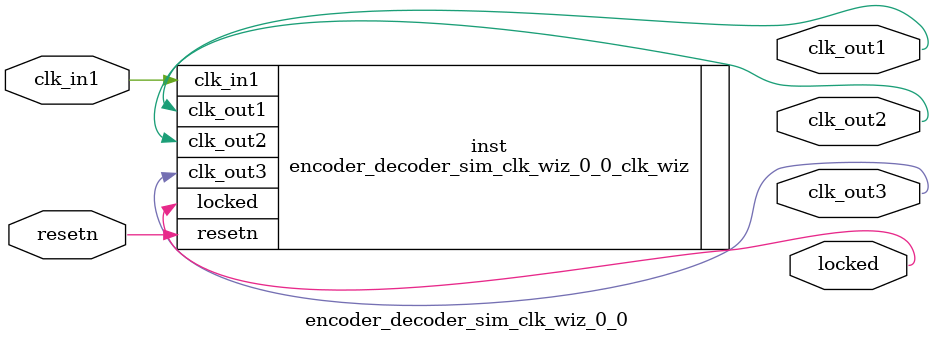
<source format=v>


`timescale 1ps/1ps

(* CORE_GENERATION_INFO = "encoder_decoder_sim_clk_wiz_0_0,clk_wiz_v6_0_10_0_0,{component_name=encoder_decoder_sim_clk_wiz_0_0,use_phase_alignment=true,use_min_o_jitter=false,use_max_i_jitter=false,use_dyn_phase_shift=false,use_inclk_switchover=false,use_dyn_reconfig=false,enable_axi=0,feedback_source=FDBK_AUTO,PRIMITIVE=MMCM,num_out_clk=3,clkin1_period=10.000,clkin2_period=10.000,use_power_down=false,use_reset=true,use_locked=true,use_inclk_stopped=false,feedback_type=SINGLE,CLOCK_MGR_TYPE=NA,manual_override=false}" *)

module encoder_decoder_sim_clk_wiz_0_0 
 (
  // Clock out ports
  output        clk_out1,
  output        clk_out2,
  output        clk_out3,
  // Status and control signals
  input         resetn,
  output        locked,
 // Clock in ports
  input         clk_in1
 );

  encoder_decoder_sim_clk_wiz_0_0_clk_wiz inst
  (
  // Clock out ports  
  .clk_out1(clk_out1),
  .clk_out2(clk_out2),
  .clk_out3(clk_out3),
  // Status and control signals               
  .resetn(resetn), 
  .locked(locked),
 // Clock in ports
  .clk_in1(clk_in1)
  );

endmodule

</source>
